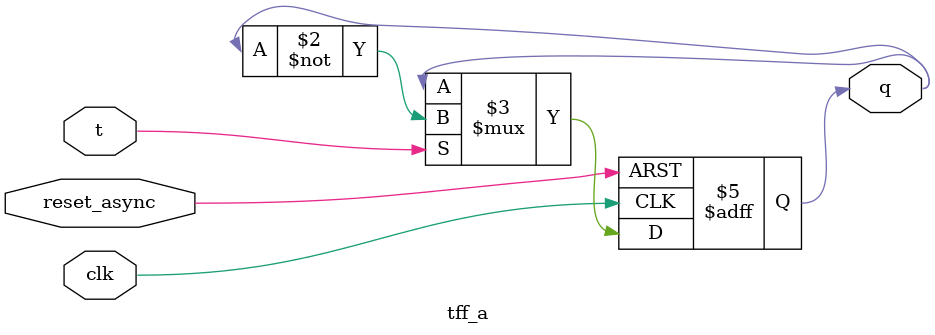
<source format=v>
module tff_a(
    input wire clk,        
    input wire reset_async, 
    input wire t,     
    output reg q        
);

always @(posedge clk or posedge reset_async) begin
    if (reset_async) begin
        q <= 0;
    end
    else begin
        if (t) begin
            q <= ~q; 
        end
    end
end

endmodule

</source>
